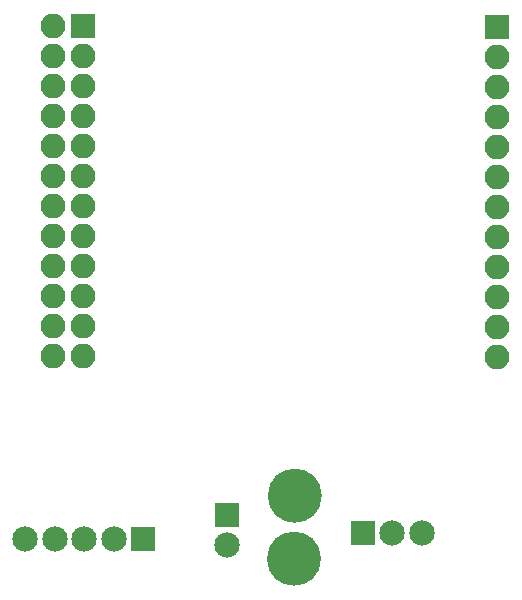
<source format=gbr>
G04 #@! TF.GenerationSoftware,KiCad,Pcbnew,(2017-09-19 revision dddaa7e69)-makepkg*
G04 #@! TF.CreationDate,2017-10-26T12:28:29+02:00*
G04 #@! TF.ProjectId,ezs-camera.kicad_pcb_v1.1,657A732D63616D6572612E6B69636164,rev?*
G04 #@! TF.SameCoordinates,Original*
G04 #@! TF.FileFunction,Soldermask,Bot*
G04 #@! TF.FilePolarity,Negative*
%FSLAX46Y46*%
G04 Gerber Fmt 4.6, Leading zero omitted, Abs format (unit mm)*
G04 Created by KiCad (PCBNEW (2017-09-19 revision dddaa7e69)-makepkg) date 10/26/17 12:28:29*
%MOMM*%
%LPD*%
G01*
G04 APERTURE LIST*
%ADD10C,0.500000*%
%ADD11R,2.100000X2.100000*%
%ADD12O,2.100000X2.100000*%
%ADD13R,2.150000X2.150000*%
%ADD14C,2.150000*%
G04 APERTURE END LIST*
D10*
X141033500Y-151193500D02*
G75*
G03X141033500Y-151193500I-254000J0D01*
G01*
X141414500Y-151193500D02*
G75*
G03X141414500Y-151193500I-1016000J0D01*
G01*
X141033500Y-151193500D02*
G75*
G03X141033500Y-151193500I-635000J0D01*
G01*
X140652500Y-151193500D02*
G75*
G03X140652500Y-151193500I-254000J0D01*
G01*
X142370965Y-151253036D02*
G75*
G03X142370965Y-151253036I-2035965J0D01*
G01*
X142307593Y-151193500D02*
G75*
G03X142307593Y-151193500I-1972593J0D01*
G01*
X142050676Y-151193500D02*
G75*
G03X142050676Y-151193500I-1715676J0D01*
G01*
X141864511Y-151193500D02*
G75*
G03X141864511Y-151193500I-1466011J0D01*
G01*
X142307465Y-156587036D02*
G75*
G03X142307465Y-156587036I-2035965J0D01*
G01*
X142244093Y-156527500D02*
G75*
G03X142244093Y-156527500I-1972593J0D01*
G01*
X141987176Y-156527500D02*
G75*
G03X141987176Y-156527500I-1715676J0D01*
G01*
X141801011Y-156527500D02*
G75*
G03X141801011Y-156527500I-1466011J0D01*
G01*
X140970000Y-156527500D02*
G75*
G03X140970000Y-156527500I-635000J0D01*
G01*
X141351000Y-156527500D02*
G75*
G03X141351000Y-156527500I-1016000J0D01*
G01*
X140970000Y-156527500D02*
G75*
G03X140970000Y-156527500I-254000J0D01*
G01*
X140589000Y-156527500D02*
G75*
G03X140589000Y-156527500I-254000J0D01*
G01*
D11*
X122428000Y-111500000D03*
D12*
X119888000Y-111500000D03*
X122428000Y-114040000D03*
X119888000Y-114040000D03*
X122428000Y-116580000D03*
X119888000Y-116580000D03*
X122428000Y-119120000D03*
X119888000Y-119120000D03*
X122428000Y-121660000D03*
X119888000Y-121660000D03*
X122428000Y-124200000D03*
X119888000Y-124200000D03*
X122428000Y-126740000D03*
X119888000Y-126740000D03*
X122428000Y-129280000D03*
X119888000Y-129280000D03*
X122428000Y-131820000D03*
X119888000Y-131820000D03*
X122428000Y-134360000D03*
X119888000Y-134360000D03*
X122428000Y-136900000D03*
X119888000Y-136900000D03*
X122428000Y-139440000D03*
X119888000Y-139440000D03*
D13*
X146090000Y-154432000D03*
D14*
X148590000Y-154432000D03*
X151090000Y-154432000D03*
D13*
X127508000Y-154940000D03*
D14*
X125008000Y-154940000D03*
X122508000Y-154940000D03*
X120008000Y-154940000D03*
X117508000Y-154940000D03*
D11*
X157500000Y-111550000D03*
D12*
X157500000Y-114090000D03*
X157500000Y-116630000D03*
X157500000Y-119170000D03*
X157500000Y-121710000D03*
X157500000Y-124250000D03*
X157500000Y-126790000D03*
X157500000Y-129330000D03*
X157500000Y-131870000D03*
X157500000Y-134410000D03*
X157500000Y-136950000D03*
X157500000Y-139490000D03*
D13*
X134620000Y-152908000D03*
D14*
X134620000Y-155408000D03*
M02*

</source>
